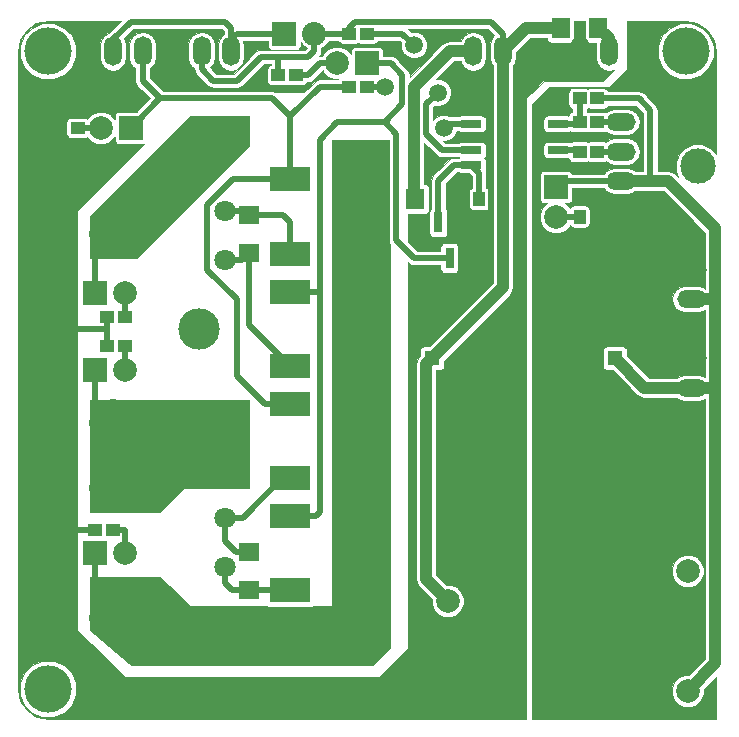
<source format=gbr>
G04 #@! TF.FileFunction,Copper,L2,Bot,Signal*
%FSLAX46Y46*%
G04 Gerber Fmt 4.6, Leading zero omitted, Abs format (unit mm)*
G04 Created by KiCad (PCBNEW 4.0.6) date 05/06/17 12:48:59*
%MOMM*%
%LPD*%
G01*
G04 APERTURE LIST*
%ADD10C,0.100000*%
%ADD11C,3.500000*%
%ADD12C,1.800000*%
%ADD13R,2.000000X2.000000*%
%ADD14C,2.000000*%
%ADD15C,4.064000*%
%ADD16R,2.032000X2.032000*%
%ADD17O,2.032000X2.032000*%
%ADD18R,1.300000X1.300000*%
%ADD19C,1.300000*%
%ADD20R,0.800100X1.800860*%
%ADD21R,1.700000X0.650000*%
%ADD22R,1.800000X1.600000*%
%ADD23R,1.150000X1.000000*%
%ADD24R,1.000000X1.150000*%
%ADD25R,1.600000X1.800000*%
%ADD26O,1.500000X2.500000*%
%ADD27R,3.500000X2.000000*%
%ADD28O,2.500000X1.500000*%
%ADD29C,3.000000*%
%ADD30C,4.000000*%
%ADD31C,1.500000*%
%ADD32C,1.000000*%
%ADD33C,0.500000*%
%ADD34C,0.026000*%
G04 APERTURE END LIST*
D10*
D11*
X18000000Y-36500000D03*
D12*
X18000000Y-46700000D03*
X18000000Y-42500000D03*
D11*
X15800000Y-52500000D03*
X30100000Y-38800000D03*
X30100000Y-49800000D03*
X18000000Y-10500000D03*
D12*
X18000000Y-20700000D03*
X18000000Y-16500000D03*
D11*
X15800000Y-26500000D03*
X30100000Y-12800000D03*
X30100000Y-23800000D03*
D13*
X46000000Y-14500000D03*
D14*
X46000000Y-17040000D03*
D13*
X7000000Y-23500000D03*
D14*
X9540000Y-23500000D03*
D13*
X7000000Y-45500000D03*
D14*
X9540000Y-45500000D03*
D13*
X7000000Y-30000000D03*
D14*
X9540000Y-30000000D03*
D15*
X8500000Y-18500000D03*
X3500000Y-34500000D03*
D16*
X23000000Y-1500000D03*
D17*
X25540000Y-1500000D03*
D15*
X8500000Y-34500000D03*
X3500000Y-18500000D03*
X8500000Y-51000000D03*
X3500000Y-51000000D03*
D18*
X35500000Y-29000000D03*
D19*
X40500000Y-29000000D03*
D15*
X8500000Y-40000000D03*
X3500000Y-40000000D03*
X3500000Y-26000000D03*
D20*
X36050000Y-17498860D03*
X37950000Y-17498860D03*
X37000000Y-20501140D03*
D21*
X46150000Y-11365000D03*
X46150000Y-12635000D03*
X38850000Y-12635000D03*
X38850000Y-11365000D03*
X38850000Y-9135000D03*
X38850000Y-7865000D03*
X46150000Y-7865000D03*
X46150000Y-9135000D03*
D22*
X20000000Y-20100000D03*
X20000000Y-16900000D03*
D14*
X36840000Y-49540000D03*
X36840000Y-44460000D03*
X36840000Y-36840000D03*
X57160000Y-36840000D03*
X57160000Y-47000000D03*
X57160000Y-57160000D03*
D13*
X10000000Y-9500000D03*
D14*
X7460000Y-9500000D03*
D23*
X5500000Y-9500000D03*
X4000000Y-9500000D03*
D24*
X48000000Y-17000000D03*
X48000000Y-15500000D03*
X39500000Y-15500000D03*
X39500000Y-17000000D03*
D23*
X48000000Y-7000000D03*
X49500000Y-7000000D03*
X49500000Y-9000000D03*
X48000000Y-9000000D03*
X9500000Y-25500000D03*
X8000000Y-25500000D03*
X8500000Y-43500000D03*
X7000000Y-43500000D03*
X9500000Y-28000000D03*
X8000000Y-28000000D03*
X49500000Y-11500000D03*
X48000000Y-11500000D03*
D25*
X46400000Y-1000000D03*
X49600000Y-1000000D03*
X34100000Y-15500000D03*
X30900000Y-15500000D03*
D26*
X18500000Y-3000000D03*
X16000000Y-3000000D03*
X11000000Y-3000000D03*
X8500000Y-3000000D03*
X50500000Y-3000000D03*
X48000000Y-3000000D03*
X41500000Y-3000000D03*
X39000000Y-3000000D03*
D27*
X23500000Y-23350000D03*
X23500000Y-29650000D03*
X23500000Y-13850000D03*
X23500000Y-20150000D03*
X23500000Y-42350000D03*
X23500000Y-48650000D03*
X23500000Y-32850000D03*
X23500000Y-39150000D03*
D22*
X20000000Y-48600000D03*
X20000000Y-45400000D03*
D23*
X28500000Y-6000000D03*
X30000000Y-6000000D03*
X30000000Y-1500000D03*
X28500000Y-1500000D03*
D28*
X57500000Y-31500000D03*
X57500000Y-29000000D03*
X57500000Y-24000000D03*
X57500000Y-21500000D03*
X51500000Y-16500000D03*
X51500000Y-14000000D03*
X51500000Y-11500000D03*
X51500000Y-9000000D03*
D29*
X58000000Y-12750000D03*
D18*
X51000000Y-29000000D03*
D19*
X46000000Y-29000000D03*
D13*
X30000000Y-4000000D03*
D14*
X27460000Y-4000000D03*
D23*
X24000000Y-5000000D03*
X22500000Y-5000000D03*
D30*
X57000000Y-3000000D03*
X3000000Y-3000000D03*
X3000000Y-57000000D03*
D31*
X36500000Y-9500000D03*
X31500000Y-6000000D03*
X34000000Y-2500000D03*
X36000000Y-6500000D03*
D32*
X48000000Y-3000000D02*
X46500000Y-3000000D01*
X43000000Y-26500000D02*
X40500000Y-29000000D01*
X43000000Y-6500000D02*
X43000000Y-26500000D01*
X46500000Y-3000000D02*
X43000000Y-6500000D01*
D33*
X39500000Y-17000000D02*
X40000000Y-17000000D01*
X40000000Y-17000000D02*
X40500000Y-16500000D01*
X39865000Y-7865000D02*
X38850000Y-7865000D01*
X40500000Y-8500000D02*
X39865000Y-7865000D01*
X40500000Y-16500000D02*
X40500000Y-8500000D01*
D32*
X36840000Y-44460000D02*
X39500000Y-47120000D01*
X36000000Y-56500000D02*
X34000000Y-56500000D01*
X36000000Y-56500000D02*
X39500000Y-53000000D01*
X39500000Y-47120000D02*
X39500000Y-53000000D01*
X36840000Y-36840000D02*
X36840000Y-44460000D01*
X40500000Y-29000000D02*
X36840000Y-32660000D01*
X36840000Y-32660000D02*
X36840000Y-36840000D01*
D33*
X37950000Y-17498860D02*
X37950000Y-23550000D01*
X37950000Y-23550000D02*
X34000000Y-27500000D01*
X34000000Y-27500000D02*
X34000000Y-56500000D01*
X34000000Y-56500000D02*
X34000000Y-56000000D01*
X34000000Y-56000000D02*
X34000000Y-56500000D01*
X37950000Y-17498860D02*
X38448860Y-17000000D01*
X38448860Y-17000000D02*
X39500000Y-17000000D01*
D32*
X33500000Y-56500000D02*
X34000000Y-56500000D01*
X9000000Y-56500000D02*
X33500000Y-56500000D01*
X9000000Y-56500000D02*
X3500000Y-51000000D01*
D33*
X3500000Y-26000000D02*
X3500000Y-18500000D01*
X3500000Y-34500000D02*
X3500000Y-26000000D01*
X3500000Y-40000000D02*
X3500000Y-34500000D01*
X7000000Y-43500000D02*
X3500000Y-43500000D01*
X3500000Y-40000000D02*
X3500000Y-43500000D01*
X3500000Y-43500000D02*
X3500000Y-51000000D01*
X8000000Y-26500000D02*
X4000000Y-26500000D01*
X4000000Y-26500000D02*
X3500000Y-26000000D01*
X8000000Y-28000000D02*
X8000000Y-26500000D01*
X8000000Y-26500000D02*
X8000000Y-25500000D01*
X30100000Y-12800000D02*
X30100000Y-14700000D01*
X30100000Y-14700000D02*
X30900000Y-15500000D01*
X7000000Y-45500000D02*
X7000000Y-49500000D01*
X7000000Y-49500000D02*
X8500000Y-51000000D01*
X15800000Y-25500000D02*
X15800000Y-26300000D01*
D32*
X49600000Y-1000000D02*
X50500000Y-1900000D01*
X50500000Y-1900000D02*
X50500000Y-3000000D01*
D33*
X46000000Y-17040000D02*
X47960000Y-17040000D01*
X47960000Y-17040000D02*
X48000000Y-17000000D01*
D32*
X39000000Y-3000000D02*
X37000000Y-3000000D01*
X37000000Y-3000000D02*
X34000000Y-6000000D01*
X34000000Y-6000000D02*
X34000000Y-15400000D01*
X34000000Y-15400000D02*
X34100000Y-15500000D01*
D33*
X7000000Y-23500000D02*
X7000000Y-20000000D01*
X7000000Y-20000000D02*
X8500000Y-18500000D01*
X9500000Y-25500000D02*
X9500000Y-23540000D01*
X9500000Y-23540000D02*
X9540000Y-23500000D01*
X8500000Y-43500000D02*
X9500000Y-43500000D01*
X9540000Y-43540000D02*
X9540000Y-45500000D01*
X9500000Y-43500000D02*
X9540000Y-43540000D01*
X16000000Y-3000000D02*
X16000000Y-4500000D01*
X17000000Y-5500000D02*
X19000000Y-5500000D01*
X16000000Y-4500000D02*
X17000000Y-5500000D01*
X41500000Y-3000000D02*
X41500000Y-1500000D01*
X29000000Y-500000D02*
X38500000Y-500000D01*
X29000000Y-500000D02*
X28500000Y-1000000D01*
X40500000Y-500000D02*
X38500000Y-500000D01*
X41500000Y-1500000D02*
X40500000Y-500000D01*
D32*
X46400000Y-1000000D02*
X43500000Y-1000000D01*
X43500000Y-1000000D02*
X41500000Y-3000000D01*
X41500000Y-3000000D02*
X41500000Y-23000000D01*
X41500000Y-23000000D02*
X35500000Y-29000000D01*
X36840000Y-49540000D02*
X35000000Y-47700000D01*
X35000000Y-47700000D02*
X35000000Y-29500000D01*
X35000000Y-29500000D02*
X35500000Y-29000000D01*
D33*
X28500000Y-1500000D02*
X28500000Y-1000000D01*
X28500000Y-1500000D02*
X25540000Y-1500000D01*
X22500000Y-5000000D02*
X22500000Y-3500000D01*
X25000000Y-3500000D02*
X25540000Y-2960000D01*
X25540000Y-2960000D02*
X25540000Y-1500000D01*
X25000000Y-3500000D02*
X22500000Y-3500000D01*
X22500000Y-3500000D02*
X21000000Y-3500000D01*
X19000000Y-5500000D02*
X21000000Y-3500000D01*
X7000000Y-30000000D02*
X7000000Y-33000000D01*
X7000000Y-33000000D02*
X8500000Y-34500000D01*
X9540000Y-30000000D02*
X9540000Y-28040000D01*
X9540000Y-28040000D02*
X9500000Y-28000000D01*
X46150000Y-11365000D02*
X47865000Y-11365000D01*
X47865000Y-11365000D02*
X48000000Y-11500000D01*
X23500000Y-8500000D02*
X22000000Y-7000000D01*
X23500000Y-8500000D02*
X26000000Y-6000000D01*
X26000000Y-6000000D02*
X28500000Y-6000000D01*
X11000000Y-3000000D02*
X11000000Y-5500000D01*
X11000000Y-5500000D02*
X12500000Y-7000000D01*
X10000000Y-9500000D02*
X12500000Y-7000000D01*
X12500000Y-7000000D02*
X22000000Y-7000000D01*
X10000000Y-9500000D02*
X11000000Y-8500000D01*
X23500000Y-13850000D02*
X18650000Y-13850000D01*
X21350000Y-32850000D02*
X23500000Y-32850000D01*
X19000000Y-30500000D02*
X21350000Y-32850000D01*
X19000000Y-24000000D02*
X19000000Y-30500000D01*
X16500000Y-21500000D02*
X19000000Y-24000000D01*
X16500000Y-16000000D02*
X16500000Y-21500000D01*
X18650000Y-13850000D02*
X16500000Y-16000000D01*
X23500000Y-13850000D02*
X23500000Y-8500000D01*
X30000000Y-4000000D02*
X32000000Y-4000000D01*
X32000000Y-4000000D02*
X33000000Y-5000000D01*
X31500000Y-9000000D02*
X33000000Y-7500000D01*
X33000000Y-7500000D02*
X33000000Y-5000000D01*
X37000000Y-20501140D02*
X34001140Y-20501140D01*
X26000000Y-10500000D02*
X26000000Y-23500000D01*
X26000000Y-10500000D02*
X27500000Y-9000000D01*
X27500000Y-9000000D02*
X31500000Y-9000000D01*
X31500000Y-9000000D02*
X32500000Y-10000000D01*
X32500000Y-19000000D02*
X32500000Y-10000000D01*
X34001140Y-20501140D02*
X32500000Y-19000000D01*
X23500000Y-23350000D02*
X26000000Y-23350000D01*
X26000000Y-23350000D02*
X26000000Y-23500000D01*
X23500000Y-42350000D02*
X25650000Y-42350000D01*
X26000000Y-42000000D02*
X26000000Y-23500000D01*
X25650000Y-42350000D02*
X26000000Y-42000000D01*
X48000000Y-7000000D02*
X48000000Y-9000000D01*
X46150000Y-9135000D02*
X47865000Y-9135000D01*
X47865000Y-9135000D02*
X48000000Y-9000000D01*
X49500000Y-11500000D02*
X51500000Y-11500000D01*
X30000000Y-6000000D02*
X31500000Y-6000000D01*
X36865000Y-9135000D02*
X36500000Y-9500000D01*
X36865000Y-9135000D02*
X38850000Y-9135000D01*
X19000000Y-1500000D02*
X18500000Y-2000000D01*
X18500000Y-2000000D02*
X18500000Y-3000000D01*
X19000000Y-1500000D02*
X23000000Y-1500000D01*
X18500000Y-3000000D02*
X18500000Y-1000000D01*
X18000000Y-500000D02*
X16000000Y-500000D01*
X18500000Y-1000000D02*
X18000000Y-500000D01*
X8500000Y-3000000D02*
X8500000Y-2000000D01*
X8500000Y-2000000D02*
X10000000Y-500000D01*
X10000000Y-500000D02*
X16000000Y-500000D01*
D32*
X57500000Y-29000000D02*
X54000000Y-29000000D01*
X54000000Y-29000000D02*
X49000000Y-24000000D01*
X51500000Y-21500000D02*
X49000000Y-24000000D01*
X49000000Y-24000000D02*
X46000000Y-27000000D01*
X46000000Y-27000000D02*
X46000000Y-29000000D01*
X51500000Y-16500000D02*
X51500000Y-21500000D01*
X51500000Y-21500000D02*
X51500000Y-21000000D01*
X51500000Y-21000000D02*
X51500000Y-21500000D01*
X51500000Y-21500000D02*
X57500000Y-21500000D01*
X57160000Y-36840000D02*
X49340000Y-36840000D01*
X46000000Y-33500000D02*
X46000000Y-29000000D01*
X49340000Y-36840000D02*
X46000000Y-33500000D01*
D33*
X46150000Y-12635000D02*
X44500000Y-12635000D01*
X44500000Y-12635000D02*
X44500000Y-12500000D01*
X46150000Y-7865000D02*
X45135000Y-7865000D01*
X49000000Y-19000000D02*
X51500000Y-16500000D01*
X45500000Y-19000000D02*
X49000000Y-19000000D01*
X44500000Y-18000000D02*
X45500000Y-19000000D01*
X44500000Y-8500000D02*
X44500000Y-12500000D01*
X44500000Y-12500000D02*
X44500000Y-18000000D01*
X45135000Y-7865000D02*
X44500000Y-8500000D01*
X48000000Y-15500000D02*
X50500000Y-15500000D01*
X50500000Y-15500000D02*
X51500000Y-16500000D01*
X49500000Y-7000000D02*
X53000000Y-7000000D01*
X54000000Y-8000000D02*
X54000000Y-14000000D01*
X53000000Y-7000000D02*
X54000000Y-8000000D01*
D32*
X57500000Y-31500000D02*
X53500000Y-31500000D01*
X53500000Y-31500000D02*
X51000000Y-29000000D01*
X57500000Y-31500000D02*
X59500000Y-31500000D01*
X57500000Y-24000000D02*
X59500000Y-24000000D01*
X51500000Y-14000000D02*
X54000000Y-14000000D01*
X54000000Y-14000000D02*
X55500000Y-14000000D01*
X59500000Y-54820000D02*
X57160000Y-57160000D01*
X59500000Y-18000000D02*
X59500000Y-24000000D01*
X59500000Y-24000000D02*
X59500000Y-31500000D01*
X59500000Y-31500000D02*
X59500000Y-54820000D01*
X55500000Y-14000000D02*
X59500000Y-18000000D01*
D33*
X46000000Y-14500000D02*
X46500000Y-14000000D01*
X46500000Y-14000000D02*
X51500000Y-14000000D01*
X7460000Y-9500000D02*
X5500000Y-9500000D01*
X49500000Y-9000000D02*
X51500000Y-9000000D01*
X33000000Y-1500000D02*
X30000000Y-1500000D01*
X34000000Y-2500000D02*
X33000000Y-1500000D01*
X38850000Y-11365000D02*
X36365000Y-11365000D01*
X36365000Y-11365000D02*
X35000000Y-10000000D01*
X35000000Y-7500000D02*
X36000000Y-6500000D01*
X35000000Y-10000000D02*
X35000000Y-7500000D01*
X36050000Y-17498860D02*
X36050000Y-13950000D01*
X37365000Y-12635000D02*
X38850000Y-12635000D01*
X36050000Y-13950000D02*
X37365000Y-12635000D01*
X39500000Y-15500000D02*
X39500000Y-13285000D01*
X39500000Y-13285000D02*
X38850000Y-12635000D01*
X20000000Y-48600000D02*
X18600000Y-48600000D01*
X18000000Y-48000000D02*
X18000000Y-46700000D01*
X18600000Y-48600000D02*
X18000000Y-48000000D01*
X23500000Y-48650000D02*
X20050000Y-48650000D01*
X20050000Y-48650000D02*
X20000000Y-48600000D01*
X23500000Y-39150000D02*
X22850000Y-39150000D01*
X22850000Y-39150000D02*
X19500000Y-42500000D01*
X19500000Y-42500000D02*
X18000000Y-42500000D01*
X20000000Y-45400000D02*
X18900000Y-45400000D01*
X18000000Y-44500000D02*
X18000000Y-42500000D01*
X18900000Y-45400000D02*
X18000000Y-44500000D01*
X20000000Y-20100000D02*
X20000000Y-26150000D01*
X20000000Y-26150000D02*
X23500000Y-29650000D01*
X18000000Y-20700000D02*
X19400000Y-20700000D01*
X19400000Y-20700000D02*
X20000000Y-20100000D01*
X23500000Y-20150000D02*
X23500000Y-17500000D01*
X22900000Y-16900000D02*
X20000000Y-16900000D01*
X23500000Y-17500000D02*
X22900000Y-16900000D01*
X18000000Y-16500000D02*
X19600000Y-16500000D01*
X19600000Y-16500000D02*
X20000000Y-16900000D01*
X24000000Y-5000000D02*
X25000000Y-5000000D01*
X26000000Y-4000000D02*
X27460000Y-4000000D01*
X25000000Y-5000000D02*
X26000000Y-4000000D01*
D34*
G36*
X19987000Y-39987000D02*
X14500000Y-39987000D01*
X14494942Y-39988024D01*
X14490808Y-39990808D01*
X12494616Y-41987000D01*
X6513000Y-41987000D01*
X6513000Y-32513000D01*
X19987000Y-32513000D01*
X19987000Y-39987000D01*
X19987000Y-39987000D01*
G37*
X19987000Y-39987000D02*
X14500000Y-39987000D01*
X14494942Y-39988024D01*
X14490808Y-39990808D01*
X12494616Y-41987000D01*
X6513000Y-41987000D01*
X6513000Y-32513000D01*
X19987000Y-32513000D01*
X19987000Y-39987000D01*
G36*
X19987000Y-10994616D02*
X10494616Y-20487000D01*
X6513000Y-20487000D01*
X6513000Y-17005384D01*
X15005384Y-8513000D01*
X19987000Y-8513000D01*
X19987000Y-10994616D01*
X19987000Y-10994616D01*
G37*
X19987000Y-10994616D02*
X10494616Y-20487000D01*
X6513000Y-20487000D01*
X6513000Y-17005384D01*
X15005384Y-8513000D01*
X19987000Y-8513000D01*
X19987000Y-10994616D01*
G36*
X31837000Y-19000000D02*
X31887468Y-19253719D01*
X31987000Y-19402680D01*
X31987000Y-53494616D01*
X30494616Y-54987000D01*
X10004808Y-54987000D01*
X6513000Y-51994021D01*
X6513000Y-47513000D01*
X12494616Y-47513000D01*
X14990808Y-50009192D01*
X14995108Y-50012045D01*
X15000000Y-50013000D01*
X21549708Y-50013000D01*
X21586172Y-50037915D01*
X21750000Y-50071091D01*
X25250000Y-50071091D01*
X25403049Y-50042293D01*
X25448571Y-50013000D01*
X27000000Y-50013000D01*
X27005058Y-50011976D01*
X27009319Y-50009065D01*
X27012111Y-50004725D01*
X27013000Y-50000000D01*
X27013000Y-10513000D01*
X31837000Y-10513000D01*
X31837000Y-19000000D01*
X31837000Y-19000000D01*
G37*
X31837000Y-19000000D02*
X31887468Y-19253719D01*
X31987000Y-19402680D01*
X31987000Y-53494616D01*
X30494616Y-54987000D01*
X10004808Y-54987000D01*
X6513000Y-51994021D01*
X6513000Y-47513000D01*
X12494616Y-47513000D01*
X14990808Y-50009192D01*
X14995108Y-50012045D01*
X15000000Y-50013000D01*
X21549708Y-50013000D01*
X21586172Y-50037915D01*
X21750000Y-50071091D01*
X25250000Y-50071091D01*
X25403049Y-50042293D01*
X25448571Y-50013000D01*
X27000000Y-50013000D01*
X27005058Y-50011976D01*
X27009319Y-50009065D01*
X27012111Y-50004725D01*
X27013000Y-50000000D01*
X27013000Y-10513000D01*
X31837000Y-10513000D01*
X31837000Y-19000000D01*
G36*
X8222489Y-1410599D02*
X8074073Y-1440121D01*
X7712990Y-1681389D01*
X7471722Y-2042472D01*
X7387000Y-2468399D01*
X7387000Y-3531601D01*
X7471722Y-3957528D01*
X7712990Y-4318611D01*
X8074073Y-4559879D01*
X8500000Y-4644601D01*
X8925927Y-4559879D01*
X9287010Y-4318611D01*
X9528278Y-3957528D01*
X9613000Y-3531601D01*
X9613000Y-2468399D01*
X9528278Y-2042472D01*
X9446632Y-1920280D01*
X10253913Y-1113000D01*
X17746088Y-1113000D01*
X17887000Y-1253913D01*
X17887000Y-1565119D01*
X17712990Y-1681389D01*
X17471722Y-2042472D01*
X17387000Y-2468399D01*
X17387000Y-3531601D01*
X17471722Y-3957528D01*
X17712990Y-4318611D01*
X18074073Y-4559879D01*
X18500000Y-4644601D01*
X18925927Y-4559879D01*
X19287010Y-4318611D01*
X19528278Y-3957528D01*
X19613000Y-3531601D01*
X19613000Y-2468399D01*
X19542307Y-2113000D01*
X21613889Y-2113000D01*
X21613889Y-2516000D01*
X21639201Y-2650520D01*
X21718702Y-2774068D01*
X21840006Y-2856951D01*
X21984000Y-2886111D01*
X24016000Y-2886111D01*
X24150520Y-2860799D01*
X24274068Y-2781298D01*
X24356951Y-2659994D01*
X24386111Y-2516000D01*
X24386111Y-2234540D01*
X24564900Y-2502116D01*
X24904235Y-2728852D01*
X24746088Y-2887000D01*
X21000000Y-2887000D01*
X20766446Y-2933457D01*
X20765415Y-2933662D01*
X20566543Y-3066544D01*
X18746088Y-4887000D01*
X17253913Y-4887000D01*
X16726173Y-4359261D01*
X16787010Y-4318611D01*
X17028278Y-3957528D01*
X17113000Y-3531601D01*
X17113000Y-2468399D01*
X17028278Y-2042472D01*
X16787010Y-1681389D01*
X16425927Y-1440121D01*
X16000000Y-1355399D01*
X15574073Y-1440121D01*
X15212990Y-1681389D01*
X14971722Y-2042472D01*
X14887000Y-2468399D01*
X14887000Y-3531601D01*
X14971722Y-3957528D01*
X15212990Y-4318611D01*
X15387000Y-4434881D01*
X15387000Y-4500000D01*
X15415763Y-4644601D01*
X15433662Y-4734585D01*
X15566544Y-4933456D01*
X16566544Y-5933457D01*
X16685759Y-6013113D01*
X16765415Y-6066338D01*
X17000000Y-6113000D01*
X19000000Y-6113000D01*
X19234585Y-6066338D01*
X19433456Y-5933456D01*
X21253913Y-4113000D01*
X21887000Y-4113000D01*
X21887000Y-4137039D01*
X21790480Y-4155201D01*
X21666932Y-4234702D01*
X21584049Y-4356006D01*
X21554889Y-4500000D01*
X21554889Y-5500000D01*
X21580201Y-5634520D01*
X21659702Y-5758068D01*
X21781006Y-5840951D01*
X21925000Y-5870111D01*
X23075000Y-5870111D01*
X23209520Y-5844799D01*
X23249235Y-5819243D01*
X23281006Y-5840951D01*
X23425000Y-5870111D01*
X24575000Y-5870111D01*
X24709520Y-5844799D01*
X24833068Y-5765298D01*
X24915951Y-5643994D01*
X24922228Y-5613000D01*
X25000000Y-5613000D01*
X25234585Y-5566338D01*
X25433456Y-5433456D01*
X26243019Y-4623893D01*
X26303831Y-4771069D01*
X26686914Y-5154822D01*
X27187693Y-5362763D01*
X27582611Y-5363107D01*
X27577772Y-5387000D01*
X26000000Y-5387000D01*
X25766451Y-5433456D01*
X25765415Y-5433662D01*
X25566544Y-5566543D01*
X24646087Y-6487000D01*
X22314411Y-6487000D01*
X22234585Y-6433662D01*
X22233549Y-6433456D01*
X22000000Y-6387000D01*
X12753913Y-6387000D01*
X11613000Y-5246088D01*
X11613000Y-4434881D01*
X11787010Y-4318611D01*
X12028278Y-3957528D01*
X12113000Y-3531601D01*
X12113000Y-2468399D01*
X12028278Y-2042472D01*
X11787010Y-1681389D01*
X11425927Y-1440121D01*
X11000000Y-1355399D01*
X10574073Y-1440121D01*
X10212990Y-1681389D01*
X9971722Y-2042472D01*
X9887000Y-2468399D01*
X9887000Y-3531601D01*
X9971722Y-3957528D01*
X10212990Y-4318611D01*
X10387000Y-4434881D01*
X10387000Y-5500000D01*
X10433662Y-5734585D01*
X10566544Y-5933456D01*
X11633087Y-7000000D01*
X10566546Y-8066542D01*
X10566544Y-8066543D01*
X10503198Y-8129889D01*
X9000000Y-8129889D01*
X8865480Y-8155201D01*
X8741932Y-8234702D01*
X8659049Y-8356006D01*
X8629889Y-8500000D01*
X8629889Y-8762136D01*
X8616169Y-8728931D01*
X8233086Y-8345178D01*
X7732307Y-8137237D01*
X7190072Y-8136764D01*
X6688931Y-8343831D01*
X6310517Y-8721584D01*
X6218994Y-8659049D01*
X6075000Y-8629889D01*
X4925000Y-8629889D01*
X4790480Y-8655201D01*
X4666932Y-8734702D01*
X4584049Y-8856006D01*
X4554889Y-9000000D01*
X4554889Y-10000000D01*
X4580201Y-10134520D01*
X4659702Y-10258068D01*
X4781006Y-10340951D01*
X4925000Y-10370111D01*
X6075000Y-10370111D01*
X6209520Y-10344799D01*
X6311758Y-10279010D01*
X6686914Y-10654822D01*
X7187693Y-10862763D01*
X7729928Y-10863236D01*
X8231069Y-10656169D01*
X8614822Y-10273086D01*
X8629889Y-10236801D01*
X8629889Y-10500000D01*
X8655201Y-10634520D01*
X8734702Y-10758068D01*
X8856006Y-10840951D01*
X9000000Y-10870111D01*
X11000000Y-10870111D01*
X11134520Y-10844799D01*
X11140963Y-10840653D01*
X5490808Y-16490808D01*
X5487955Y-16495108D01*
X5487000Y-16500000D01*
X5487000Y-52000000D01*
X5488024Y-52005058D01*
X5490808Y-52009192D01*
X9490808Y-56009192D01*
X9495108Y-56012045D01*
X9500000Y-56013000D01*
X31000000Y-56013000D01*
X31005058Y-56011976D01*
X31009192Y-56009192D01*
X33509192Y-53509192D01*
X33512045Y-53504892D01*
X33513000Y-53500000D01*
X33513000Y-20879913D01*
X33567684Y-20934597D01*
X33686899Y-21014253D01*
X33766555Y-21067478D01*
X34001140Y-21114140D01*
X36229839Y-21114140D01*
X36229839Y-21401570D01*
X36255151Y-21536090D01*
X36334652Y-21659638D01*
X36455956Y-21742521D01*
X36599950Y-21771681D01*
X37400050Y-21771681D01*
X37534570Y-21746369D01*
X37658118Y-21666868D01*
X37741001Y-21545564D01*
X37770161Y-21401570D01*
X37770161Y-19600710D01*
X37744849Y-19466190D01*
X37665348Y-19342642D01*
X37544044Y-19259759D01*
X37400050Y-19230599D01*
X36599950Y-19230599D01*
X36465430Y-19255911D01*
X36341882Y-19335412D01*
X36258999Y-19456716D01*
X36229839Y-19600710D01*
X36229839Y-19888140D01*
X34255053Y-19888140D01*
X33513000Y-19146088D01*
X33513000Y-16770111D01*
X34900000Y-16770111D01*
X35034520Y-16744799D01*
X35158068Y-16665298D01*
X35240951Y-16543994D01*
X35270111Y-16400000D01*
X35270111Y-14600000D01*
X35244799Y-14465480D01*
X35165298Y-14341932D01*
X35043994Y-14259049D01*
X34900000Y-14229889D01*
X34863000Y-14229889D01*
X34863000Y-10729912D01*
X35931544Y-11798457D01*
X36050759Y-11878113D01*
X36130415Y-11931338D01*
X36365000Y-11978000D01*
X37778509Y-11978000D01*
X37811044Y-12000230D01*
X37777212Y-12022000D01*
X37365000Y-12022000D01*
X37142099Y-12066338D01*
X37130415Y-12068662D01*
X36931544Y-12201543D01*
X35616544Y-13516544D01*
X35483662Y-13715415D01*
X35437000Y-13950000D01*
X35437000Y-16304099D01*
X35391882Y-16333132D01*
X35308999Y-16454436D01*
X35279839Y-16598430D01*
X35279839Y-18399290D01*
X35305151Y-18533810D01*
X35384652Y-18657358D01*
X35505956Y-18740241D01*
X35649950Y-18769401D01*
X36450050Y-18769401D01*
X36584570Y-18744089D01*
X36708118Y-18664588D01*
X36791001Y-18543284D01*
X36820161Y-18399290D01*
X36820161Y-16598430D01*
X36794849Y-16463910D01*
X36715348Y-16340362D01*
X36663000Y-16304594D01*
X36663000Y-14203912D01*
X37618913Y-13248000D01*
X37778509Y-13248000D01*
X37856006Y-13300951D01*
X38000000Y-13330111D01*
X38678199Y-13330111D01*
X38887000Y-13538913D01*
X38887000Y-14576152D01*
X38865480Y-14580201D01*
X38741932Y-14659702D01*
X38659049Y-14781006D01*
X38629889Y-14925000D01*
X38629889Y-16075000D01*
X38655201Y-16209520D01*
X38734702Y-16333068D01*
X38856006Y-16415951D01*
X39000000Y-16445111D01*
X40000000Y-16445111D01*
X40134520Y-16419799D01*
X40258068Y-16340298D01*
X40340951Y-16218994D01*
X40370111Y-16075000D01*
X40370111Y-14925000D01*
X40344799Y-14790480D01*
X40265298Y-14666932D01*
X40143994Y-14584049D01*
X40113000Y-14577772D01*
X40113000Y-13285000D01*
X40066338Y-13050415D01*
X40055182Y-13033719D01*
X40070111Y-12960000D01*
X40070111Y-12310000D01*
X40044799Y-12175480D01*
X39965298Y-12051932D01*
X39888956Y-11999770D01*
X39958068Y-11955298D01*
X40040951Y-11833994D01*
X40070111Y-11690000D01*
X40070111Y-11040000D01*
X40044799Y-10905480D01*
X39965298Y-10781932D01*
X39843994Y-10699049D01*
X39700000Y-10669889D01*
X38000000Y-10669889D01*
X37865480Y-10695201D01*
X37777212Y-10752000D01*
X36618913Y-10752000D01*
X36479896Y-10612983D01*
X36720418Y-10613193D01*
X37129640Y-10444106D01*
X37443005Y-10131287D01*
X37602160Y-9748000D01*
X37778509Y-9748000D01*
X37856006Y-9800951D01*
X38000000Y-9830111D01*
X39700000Y-9830111D01*
X39834520Y-9804799D01*
X39958068Y-9725298D01*
X40040951Y-9603994D01*
X40070111Y-9460000D01*
X40070111Y-8810000D01*
X40044799Y-8675480D01*
X39965298Y-8551932D01*
X39843994Y-8469049D01*
X39700000Y-8439889D01*
X38000000Y-8439889D01*
X37865480Y-8465201D01*
X37777212Y-8522000D01*
X37047010Y-8522000D01*
X36722361Y-8387194D01*
X36279582Y-8386807D01*
X35870360Y-8555894D01*
X35613000Y-8812806D01*
X35613000Y-7753912D01*
X35761011Y-7605901D01*
X35777639Y-7612806D01*
X36220418Y-7613193D01*
X36629640Y-7444106D01*
X36943005Y-7131287D01*
X37112806Y-6722361D01*
X37113193Y-6279582D01*
X36944106Y-5870360D01*
X36631287Y-5556995D01*
X36222361Y-5387194D01*
X35833612Y-5386854D01*
X37357466Y-3863000D01*
X37952919Y-3863000D01*
X37971722Y-3957528D01*
X38212990Y-4318611D01*
X38574073Y-4559879D01*
X39000000Y-4644601D01*
X39425927Y-4559879D01*
X39787010Y-4318611D01*
X40028278Y-3957528D01*
X40113000Y-3531601D01*
X40113000Y-2468399D01*
X40028278Y-2042472D01*
X39787010Y-1681389D01*
X39425927Y-1440121D01*
X39000000Y-1355399D01*
X38574073Y-1440121D01*
X38212990Y-1681389D01*
X37971722Y-2042472D01*
X37952919Y-2137000D01*
X37000000Y-2137000D01*
X36669744Y-2202692D01*
X36551749Y-2281534D01*
X36389767Y-2389767D01*
X33613000Y-5166534D01*
X33613000Y-5000000D01*
X33566338Y-4765415D01*
X33513113Y-4685759D01*
X33433457Y-4566544D01*
X32433456Y-3566544D01*
X32234585Y-3433662D01*
X32233549Y-3433456D01*
X32000000Y-3387000D01*
X31370111Y-3387000D01*
X31370111Y-3000000D01*
X31344799Y-2865480D01*
X31265298Y-2741932D01*
X31143994Y-2659049D01*
X31000000Y-2629889D01*
X29000000Y-2629889D01*
X28865480Y-2655201D01*
X28741932Y-2734702D01*
X28659049Y-2856006D01*
X28629889Y-3000000D01*
X28629889Y-3262136D01*
X28616169Y-3228931D01*
X28233086Y-2845178D01*
X27732307Y-2637237D01*
X27190072Y-2636764D01*
X26688931Y-2843831D01*
X26305178Y-3226914D01*
X26238705Y-3387000D01*
X26000000Y-3387000D01*
X25974363Y-3392100D01*
X26106338Y-3194585D01*
X26128046Y-3085450D01*
X26153000Y-2960000D01*
X26153000Y-2744064D01*
X26515100Y-2502116D01*
X26775099Y-2113000D01*
X27576152Y-2113000D01*
X27580201Y-2134520D01*
X27659702Y-2258068D01*
X27781006Y-2340951D01*
X27925000Y-2370111D01*
X29075000Y-2370111D01*
X29209520Y-2344799D01*
X29249235Y-2319243D01*
X29281006Y-2340951D01*
X29425000Y-2370111D01*
X30575000Y-2370111D01*
X30709520Y-2344799D01*
X30833068Y-2265298D01*
X30915951Y-2143994D01*
X30922228Y-2113000D01*
X32746088Y-2113000D01*
X32894099Y-2261011D01*
X32887194Y-2277639D01*
X32886807Y-2720418D01*
X33055894Y-3129640D01*
X33368713Y-3443005D01*
X33777639Y-3612806D01*
X34220418Y-3613193D01*
X34629640Y-3444106D01*
X34943005Y-3131287D01*
X35112806Y-2722361D01*
X35113193Y-2279582D01*
X34944106Y-1870360D01*
X34631287Y-1556995D01*
X34222361Y-1387194D01*
X33779582Y-1386807D01*
X33761281Y-1394369D01*
X33479912Y-1113000D01*
X40246088Y-1113000D01*
X40773827Y-1640739D01*
X40712990Y-1681389D01*
X40471722Y-2042472D01*
X40387000Y-2468399D01*
X40387000Y-3531601D01*
X40471722Y-3957528D01*
X40637000Y-4204884D01*
X40637000Y-22642534D01*
X35299645Y-27979889D01*
X34850000Y-27979889D01*
X34715480Y-28005201D01*
X34591932Y-28084702D01*
X34509049Y-28206006D01*
X34479889Y-28350000D01*
X34479889Y-28799645D01*
X34389767Y-28889767D01*
X34202692Y-29169744D01*
X34137000Y-29500000D01*
X34137000Y-47700000D01*
X34202692Y-48030256D01*
X34389767Y-48310233D01*
X35477124Y-49397590D01*
X35476764Y-49809928D01*
X35683831Y-50311069D01*
X36066914Y-50694822D01*
X36567693Y-50902763D01*
X37109928Y-50903236D01*
X37611069Y-50696169D01*
X37994822Y-50313086D01*
X38202763Y-49812307D01*
X38203236Y-49270072D01*
X37996169Y-48768931D01*
X37613086Y-48385178D01*
X37112307Y-48177237D01*
X36697341Y-48176875D01*
X35863000Y-47342534D01*
X35863000Y-30020111D01*
X36150000Y-30020111D01*
X36284520Y-29994799D01*
X36408068Y-29915298D01*
X36490951Y-29793994D01*
X36520111Y-29650000D01*
X36520111Y-29200355D01*
X42110233Y-23610233D01*
X42297308Y-23330256D01*
X42363000Y-23000000D01*
X42363000Y-4204884D01*
X42528278Y-3957528D01*
X42613000Y-3531601D01*
X42613000Y-3107466D01*
X43857466Y-1863000D01*
X45229889Y-1863000D01*
X45229889Y-1900000D01*
X45255201Y-2034520D01*
X45334702Y-2158068D01*
X45456006Y-2240951D01*
X45600000Y-2270111D01*
X47200000Y-2270111D01*
X47334520Y-2244799D01*
X47458068Y-2165298D01*
X47540951Y-2043994D01*
X47570111Y-1900000D01*
X47570111Y-438000D01*
X48429889Y-438000D01*
X48429889Y-1900000D01*
X48455201Y-2034520D01*
X48534702Y-2158068D01*
X48656006Y-2240951D01*
X48800000Y-2270111D01*
X49426442Y-2270111D01*
X49387000Y-2468399D01*
X49387000Y-3531601D01*
X49471722Y-3957528D01*
X49712990Y-4318611D01*
X50074073Y-4559879D01*
X50500000Y-4644601D01*
X50920697Y-4560919D01*
X49994616Y-5487000D01*
X45000000Y-5487000D01*
X44994942Y-5488024D01*
X44990808Y-5490808D01*
X43490808Y-6990808D01*
X43487955Y-6995108D01*
X43487000Y-7000000D01*
X43487000Y-59562000D01*
X3043140Y-59562000D01*
X2022850Y-59359052D01*
X1194459Y-58805538D01*
X640948Y-57977150D01*
X539666Y-57467968D01*
X636591Y-57467968D01*
X995578Y-58336783D01*
X1659720Y-59002086D01*
X2527908Y-59362589D01*
X3467968Y-59363409D01*
X4336783Y-59004422D01*
X5002086Y-58340280D01*
X5362589Y-57472092D01*
X5363409Y-56532032D01*
X5004422Y-55663217D01*
X4340280Y-54997914D01*
X3472092Y-54637411D01*
X2532032Y-54636591D01*
X1663217Y-54995578D01*
X997914Y-55659720D01*
X637411Y-56527908D01*
X636591Y-57467968D01*
X539666Y-57467968D01*
X438000Y-56956861D01*
X438000Y-3467968D01*
X636591Y-3467968D01*
X995578Y-4336783D01*
X1659720Y-5002086D01*
X2527908Y-5362589D01*
X3467968Y-5363409D01*
X4336783Y-5004422D01*
X5002086Y-4340280D01*
X5362589Y-3472092D01*
X5363409Y-2532032D01*
X5004422Y-1663217D01*
X4340280Y-997914D01*
X3472092Y-637411D01*
X2532032Y-636591D01*
X1663217Y-995578D01*
X997914Y-1659720D01*
X637411Y-2527908D01*
X636591Y-3467968D01*
X438000Y-3467968D01*
X438000Y-3043139D01*
X640948Y-2022850D01*
X1194459Y-1194462D01*
X2022850Y-640948D01*
X3043140Y-438000D01*
X9195087Y-438000D01*
X8222489Y-1410599D01*
X8222489Y-1410599D01*
G37*
X8222489Y-1410599D02*
X8074073Y-1440121D01*
X7712990Y-1681389D01*
X7471722Y-2042472D01*
X7387000Y-2468399D01*
X7387000Y-3531601D01*
X7471722Y-3957528D01*
X7712990Y-4318611D01*
X8074073Y-4559879D01*
X8500000Y-4644601D01*
X8925927Y-4559879D01*
X9287010Y-4318611D01*
X9528278Y-3957528D01*
X9613000Y-3531601D01*
X9613000Y-2468399D01*
X9528278Y-2042472D01*
X9446632Y-1920280D01*
X10253913Y-1113000D01*
X17746088Y-1113000D01*
X17887000Y-1253913D01*
X17887000Y-1565119D01*
X17712990Y-1681389D01*
X17471722Y-2042472D01*
X17387000Y-2468399D01*
X17387000Y-3531601D01*
X17471722Y-3957528D01*
X17712990Y-4318611D01*
X18074073Y-4559879D01*
X18500000Y-4644601D01*
X18925927Y-4559879D01*
X19287010Y-4318611D01*
X19528278Y-3957528D01*
X19613000Y-3531601D01*
X19613000Y-2468399D01*
X19542307Y-2113000D01*
X21613889Y-2113000D01*
X21613889Y-2516000D01*
X21639201Y-2650520D01*
X21718702Y-2774068D01*
X21840006Y-2856951D01*
X21984000Y-2886111D01*
X24016000Y-2886111D01*
X24150520Y-2860799D01*
X24274068Y-2781298D01*
X24356951Y-2659994D01*
X24386111Y-2516000D01*
X24386111Y-2234540D01*
X24564900Y-2502116D01*
X24904235Y-2728852D01*
X24746088Y-2887000D01*
X21000000Y-2887000D01*
X20766446Y-2933457D01*
X20765415Y-2933662D01*
X20566543Y-3066544D01*
X18746088Y-4887000D01*
X17253913Y-4887000D01*
X16726173Y-4359261D01*
X16787010Y-4318611D01*
X17028278Y-3957528D01*
X17113000Y-3531601D01*
X17113000Y-2468399D01*
X17028278Y-2042472D01*
X16787010Y-1681389D01*
X16425927Y-1440121D01*
X16000000Y-1355399D01*
X15574073Y-1440121D01*
X15212990Y-1681389D01*
X14971722Y-2042472D01*
X14887000Y-2468399D01*
X14887000Y-3531601D01*
X14971722Y-3957528D01*
X15212990Y-4318611D01*
X15387000Y-4434881D01*
X15387000Y-4500000D01*
X15415763Y-4644601D01*
X15433662Y-4734585D01*
X15566544Y-4933456D01*
X16566544Y-5933457D01*
X16685759Y-6013113D01*
X16765415Y-6066338D01*
X17000000Y-6113000D01*
X19000000Y-6113000D01*
X19234585Y-6066338D01*
X19433456Y-5933456D01*
X21253913Y-4113000D01*
X21887000Y-4113000D01*
X21887000Y-4137039D01*
X21790480Y-4155201D01*
X21666932Y-4234702D01*
X21584049Y-4356006D01*
X21554889Y-4500000D01*
X21554889Y-5500000D01*
X21580201Y-5634520D01*
X21659702Y-5758068D01*
X21781006Y-5840951D01*
X21925000Y-5870111D01*
X23075000Y-5870111D01*
X23209520Y-5844799D01*
X23249235Y-5819243D01*
X23281006Y-5840951D01*
X23425000Y-5870111D01*
X24575000Y-5870111D01*
X24709520Y-5844799D01*
X24833068Y-5765298D01*
X24915951Y-5643994D01*
X24922228Y-5613000D01*
X25000000Y-5613000D01*
X25234585Y-5566338D01*
X25433456Y-5433456D01*
X26243019Y-4623893D01*
X26303831Y-4771069D01*
X26686914Y-5154822D01*
X27187693Y-5362763D01*
X27582611Y-5363107D01*
X27577772Y-5387000D01*
X26000000Y-5387000D01*
X25766451Y-5433456D01*
X25765415Y-5433662D01*
X25566544Y-5566543D01*
X24646087Y-6487000D01*
X22314411Y-6487000D01*
X22234585Y-6433662D01*
X22233549Y-6433456D01*
X22000000Y-6387000D01*
X12753913Y-6387000D01*
X11613000Y-5246088D01*
X11613000Y-4434881D01*
X11787010Y-4318611D01*
X12028278Y-3957528D01*
X12113000Y-3531601D01*
X12113000Y-2468399D01*
X12028278Y-2042472D01*
X11787010Y-1681389D01*
X11425927Y-1440121D01*
X11000000Y-1355399D01*
X10574073Y-1440121D01*
X10212990Y-1681389D01*
X9971722Y-2042472D01*
X9887000Y-2468399D01*
X9887000Y-3531601D01*
X9971722Y-3957528D01*
X10212990Y-4318611D01*
X10387000Y-4434881D01*
X10387000Y-5500000D01*
X10433662Y-5734585D01*
X10566544Y-5933456D01*
X11633087Y-7000000D01*
X10566546Y-8066542D01*
X10566544Y-8066543D01*
X10503198Y-8129889D01*
X9000000Y-8129889D01*
X8865480Y-8155201D01*
X8741932Y-8234702D01*
X8659049Y-8356006D01*
X8629889Y-8500000D01*
X8629889Y-8762136D01*
X8616169Y-8728931D01*
X8233086Y-8345178D01*
X7732307Y-8137237D01*
X7190072Y-8136764D01*
X6688931Y-8343831D01*
X6310517Y-8721584D01*
X6218994Y-8659049D01*
X6075000Y-8629889D01*
X4925000Y-8629889D01*
X4790480Y-8655201D01*
X4666932Y-8734702D01*
X4584049Y-8856006D01*
X4554889Y-9000000D01*
X4554889Y-10000000D01*
X4580201Y-10134520D01*
X4659702Y-10258068D01*
X4781006Y-10340951D01*
X4925000Y-10370111D01*
X6075000Y-10370111D01*
X6209520Y-10344799D01*
X6311758Y-10279010D01*
X6686914Y-10654822D01*
X7187693Y-10862763D01*
X7729928Y-10863236D01*
X8231069Y-10656169D01*
X8614822Y-10273086D01*
X8629889Y-10236801D01*
X8629889Y-10500000D01*
X8655201Y-10634520D01*
X8734702Y-10758068D01*
X8856006Y-10840951D01*
X9000000Y-10870111D01*
X11000000Y-10870111D01*
X11134520Y-10844799D01*
X11140963Y-10840653D01*
X5490808Y-16490808D01*
X5487955Y-16495108D01*
X5487000Y-16500000D01*
X5487000Y-52000000D01*
X5488024Y-52005058D01*
X5490808Y-52009192D01*
X9490808Y-56009192D01*
X9495108Y-56012045D01*
X9500000Y-56013000D01*
X31000000Y-56013000D01*
X31005058Y-56011976D01*
X31009192Y-56009192D01*
X33509192Y-53509192D01*
X33512045Y-53504892D01*
X33513000Y-53500000D01*
X33513000Y-20879913D01*
X33567684Y-20934597D01*
X33686899Y-21014253D01*
X33766555Y-21067478D01*
X34001140Y-21114140D01*
X36229839Y-21114140D01*
X36229839Y-21401570D01*
X36255151Y-21536090D01*
X36334652Y-21659638D01*
X36455956Y-21742521D01*
X36599950Y-21771681D01*
X37400050Y-21771681D01*
X37534570Y-21746369D01*
X37658118Y-21666868D01*
X37741001Y-21545564D01*
X37770161Y-21401570D01*
X37770161Y-19600710D01*
X37744849Y-19466190D01*
X37665348Y-19342642D01*
X37544044Y-19259759D01*
X37400050Y-19230599D01*
X36599950Y-19230599D01*
X36465430Y-19255911D01*
X36341882Y-19335412D01*
X36258999Y-19456716D01*
X36229839Y-19600710D01*
X36229839Y-19888140D01*
X34255053Y-19888140D01*
X33513000Y-19146088D01*
X33513000Y-16770111D01*
X34900000Y-16770111D01*
X35034520Y-16744799D01*
X35158068Y-16665298D01*
X35240951Y-16543994D01*
X35270111Y-16400000D01*
X35270111Y-14600000D01*
X35244799Y-14465480D01*
X35165298Y-14341932D01*
X35043994Y-14259049D01*
X34900000Y-14229889D01*
X34863000Y-14229889D01*
X34863000Y-10729912D01*
X35931544Y-11798457D01*
X36050759Y-11878113D01*
X36130415Y-11931338D01*
X36365000Y-11978000D01*
X37778509Y-11978000D01*
X37811044Y-12000230D01*
X37777212Y-12022000D01*
X37365000Y-12022000D01*
X37142099Y-12066338D01*
X37130415Y-12068662D01*
X36931544Y-12201543D01*
X35616544Y-13516544D01*
X35483662Y-13715415D01*
X35437000Y-13950000D01*
X35437000Y-16304099D01*
X35391882Y-16333132D01*
X35308999Y-16454436D01*
X35279839Y-16598430D01*
X35279839Y-18399290D01*
X35305151Y-18533810D01*
X35384652Y-18657358D01*
X35505956Y-18740241D01*
X35649950Y-18769401D01*
X36450050Y-18769401D01*
X36584570Y-18744089D01*
X36708118Y-18664588D01*
X36791001Y-18543284D01*
X36820161Y-18399290D01*
X36820161Y-16598430D01*
X36794849Y-16463910D01*
X36715348Y-16340362D01*
X36663000Y-16304594D01*
X36663000Y-14203912D01*
X37618913Y-13248000D01*
X37778509Y-13248000D01*
X37856006Y-13300951D01*
X38000000Y-13330111D01*
X38678199Y-13330111D01*
X38887000Y-13538913D01*
X38887000Y-14576152D01*
X38865480Y-14580201D01*
X38741932Y-14659702D01*
X38659049Y-14781006D01*
X38629889Y-14925000D01*
X38629889Y-16075000D01*
X38655201Y-16209520D01*
X38734702Y-16333068D01*
X38856006Y-16415951D01*
X39000000Y-16445111D01*
X40000000Y-16445111D01*
X40134520Y-16419799D01*
X40258068Y-16340298D01*
X40340951Y-16218994D01*
X40370111Y-16075000D01*
X40370111Y-14925000D01*
X40344799Y-14790480D01*
X40265298Y-14666932D01*
X40143994Y-14584049D01*
X40113000Y-14577772D01*
X40113000Y-13285000D01*
X40066338Y-13050415D01*
X40055182Y-13033719D01*
X40070111Y-12960000D01*
X40070111Y-12310000D01*
X40044799Y-12175480D01*
X39965298Y-12051932D01*
X39888956Y-11999770D01*
X39958068Y-11955298D01*
X40040951Y-11833994D01*
X40070111Y-11690000D01*
X40070111Y-11040000D01*
X40044799Y-10905480D01*
X39965298Y-10781932D01*
X39843994Y-10699049D01*
X39700000Y-10669889D01*
X38000000Y-10669889D01*
X37865480Y-10695201D01*
X37777212Y-10752000D01*
X36618913Y-10752000D01*
X36479896Y-10612983D01*
X36720418Y-10613193D01*
X37129640Y-10444106D01*
X37443005Y-10131287D01*
X37602160Y-9748000D01*
X37778509Y-9748000D01*
X37856006Y-9800951D01*
X38000000Y-9830111D01*
X39700000Y-9830111D01*
X39834520Y-9804799D01*
X39958068Y-9725298D01*
X40040951Y-9603994D01*
X40070111Y-9460000D01*
X40070111Y-8810000D01*
X40044799Y-8675480D01*
X39965298Y-8551932D01*
X39843994Y-8469049D01*
X39700000Y-8439889D01*
X38000000Y-8439889D01*
X37865480Y-8465201D01*
X37777212Y-8522000D01*
X37047010Y-8522000D01*
X36722361Y-8387194D01*
X36279582Y-8386807D01*
X35870360Y-8555894D01*
X35613000Y-8812806D01*
X35613000Y-7753912D01*
X35761011Y-7605901D01*
X35777639Y-7612806D01*
X36220418Y-7613193D01*
X36629640Y-7444106D01*
X36943005Y-7131287D01*
X37112806Y-6722361D01*
X37113193Y-6279582D01*
X36944106Y-5870360D01*
X36631287Y-5556995D01*
X36222361Y-5387194D01*
X35833612Y-5386854D01*
X37357466Y-3863000D01*
X37952919Y-3863000D01*
X37971722Y-3957528D01*
X38212990Y-4318611D01*
X38574073Y-4559879D01*
X39000000Y-4644601D01*
X39425927Y-4559879D01*
X39787010Y-4318611D01*
X40028278Y-3957528D01*
X40113000Y-3531601D01*
X40113000Y-2468399D01*
X40028278Y-2042472D01*
X39787010Y-1681389D01*
X39425927Y-1440121D01*
X39000000Y-1355399D01*
X38574073Y-1440121D01*
X38212990Y-1681389D01*
X37971722Y-2042472D01*
X37952919Y-2137000D01*
X37000000Y-2137000D01*
X36669744Y-2202692D01*
X36551749Y-2281534D01*
X36389767Y-2389767D01*
X33613000Y-5166534D01*
X33613000Y-5000000D01*
X33566338Y-4765415D01*
X33513113Y-4685759D01*
X33433457Y-4566544D01*
X32433456Y-3566544D01*
X32234585Y-3433662D01*
X32233549Y-3433456D01*
X32000000Y-3387000D01*
X31370111Y-3387000D01*
X31370111Y-3000000D01*
X31344799Y-2865480D01*
X31265298Y-2741932D01*
X31143994Y-2659049D01*
X31000000Y-2629889D01*
X29000000Y-2629889D01*
X28865480Y-2655201D01*
X28741932Y-2734702D01*
X28659049Y-2856006D01*
X28629889Y-3000000D01*
X28629889Y-3262136D01*
X28616169Y-3228931D01*
X28233086Y-2845178D01*
X27732307Y-2637237D01*
X27190072Y-2636764D01*
X26688931Y-2843831D01*
X26305178Y-3226914D01*
X26238705Y-3387000D01*
X26000000Y-3387000D01*
X25974363Y-3392100D01*
X26106338Y-3194585D01*
X26128046Y-3085450D01*
X26153000Y-2960000D01*
X26153000Y-2744064D01*
X26515100Y-2502116D01*
X26775099Y-2113000D01*
X27576152Y-2113000D01*
X27580201Y-2134520D01*
X27659702Y-2258068D01*
X27781006Y-2340951D01*
X27925000Y-2370111D01*
X29075000Y-2370111D01*
X29209520Y-2344799D01*
X29249235Y-2319243D01*
X29281006Y-2340951D01*
X29425000Y-2370111D01*
X30575000Y-2370111D01*
X30709520Y-2344799D01*
X30833068Y-2265298D01*
X30915951Y-2143994D01*
X30922228Y-2113000D01*
X32746088Y-2113000D01*
X32894099Y-2261011D01*
X32887194Y-2277639D01*
X32886807Y-2720418D01*
X33055894Y-3129640D01*
X33368713Y-3443005D01*
X33777639Y-3612806D01*
X34220418Y-3613193D01*
X34629640Y-3444106D01*
X34943005Y-3131287D01*
X35112806Y-2722361D01*
X35113193Y-2279582D01*
X34944106Y-1870360D01*
X34631287Y-1556995D01*
X34222361Y-1387194D01*
X33779582Y-1386807D01*
X33761281Y-1394369D01*
X33479912Y-1113000D01*
X40246088Y-1113000D01*
X40773827Y-1640739D01*
X40712990Y-1681389D01*
X40471722Y-2042472D01*
X40387000Y-2468399D01*
X40387000Y-3531601D01*
X40471722Y-3957528D01*
X40637000Y-4204884D01*
X40637000Y-22642534D01*
X35299645Y-27979889D01*
X34850000Y-27979889D01*
X34715480Y-28005201D01*
X34591932Y-28084702D01*
X34509049Y-28206006D01*
X34479889Y-28350000D01*
X34479889Y-28799645D01*
X34389767Y-28889767D01*
X34202692Y-29169744D01*
X34137000Y-29500000D01*
X34137000Y-47700000D01*
X34202692Y-48030256D01*
X34389767Y-48310233D01*
X35477124Y-49397590D01*
X35476764Y-49809928D01*
X35683831Y-50311069D01*
X36066914Y-50694822D01*
X36567693Y-50902763D01*
X37109928Y-50903236D01*
X37611069Y-50696169D01*
X37994822Y-50313086D01*
X38202763Y-49812307D01*
X38203236Y-49270072D01*
X37996169Y-48768931D01*
X37613086Y-48385178D01*
X37112307Y-48177237D01*
X36697341Y-48176875D01*
X35863000Y-47342534D01*
X35863000Y-30020111D01*
X36150000Y-30020111D01*
X36284520Y-29994799D01*
X36408068Y-29915298D01*
X36490951Y-29793994D01*
X36520111Y-29650000D01*
X36520111Y-29200355D01*
X42110233Y-23610233D01*
X42297308Y-23330256D01*
X42363000Y-23000000D01*
X42363000Y-4204884D01*
X42528278Y-3957528D01*
X42613000Y-3531601D01*
X42613000Y-3107466D01*
X43857466Y-1863000D01*
X45229889Y-1863000D01*
X45229889Y-1900000D01*
X45255201Y-2034520D01*
X45334702Y-2158068D01*
X45456006Y-2240951D01*
X45600000Y-2270111D01*
X47200000Y-2270111D01*
X47334520Y-2244799D01*
X47458068Y-2165298D01*
X47540951Y-2043994D01*
X47570111Y-1900000D01*
X47570111Y-438000D01*
X48429889Y-438000D01*
X48429889Y-1900000D01*
X48455201Y-2034520D01*
X48534702Y-2158068D01*
X48656006Y-2240951D01*
X48800000Y-2270111D01*
X49426442Y-2270111D01*
X49387000Y-2468399D01*
X49387000Y-3531601D01*
X49471722Y-3957528D01*
X49712990Y-4318611D01*
X50074073Y-4559879D01*
X50500000Y-4644601D01*
X50920697Y-4560919D01*
X49994616Y-5487000D01*
X45000000Y-5487000D01*
X44994942Y-5488024D01*
X44990808Y-5490808D01*
X43490808Y-6990808D01*
X43487955Y-6995108D01*
X43487000Y-7000000D01*
X43487000Y-59562000D01*
X3043140Y-59562000D01*
X2022850Y-59359052D01*
X1194459Y-58805538D01*
X640948Y-57977150D01*
X539666Y-57467968D01*
X636591Y-57467968D01*
X995578Y-58336783D01*
X1659720Y-59002086D01*
X2527908Y-59362589D01*
X3467968Y-59363409D01*
X4336783Y-59004422D01*
X5002086Y-58340280D01*
X5362589Y-57472092D01*
X5363409Y-56532032D01*
X5004422Y-55663217D01*
X4340280Y-54997914D01*
X3472092Y-54637411D01*
X2532032Y-54636591D01*
X1663217Y-54995578D01*
X997914Y-55659720D01*
X637411Y-56527908D01*
X636591Y-57467968D01*
X539666Y-57467968D01*
X438000Y-56956861D01*
X438000Y-3467968D01*
X636591Y-3467968D01*
X995578Y-4336783D01*
X1659720Y-5002086D01*
X2527908Y-5362589D01*
X3467968Y-5363409D01*
X4336783Y-5004422D01*
X5002086Y-4340280D01*
X5362589Y-3472092D01*
X5363409Y-2532032D01*
X5004422Y-1663217D01*
X4340280Y-997914D01*
X3472092Y-637411D01*
X2532032Y-636591D01*
X1663217Y-995578D01*
X997914Y-1659720D01*
X637411Y-2527908D01*
X636591Y-3467968D01*
X438000Y-3467968D01*
X438000Y-3043139D01*
X640948Y-2022850D01*
X1194459Y-1194462D01*
X2022850Y-640948D01*
X3043140Y-438000D01*
X9195087Y-438000D01*
X8222489Y-1410599D01*
G36*
X57977150Y-640948D02*
X58805538Y-1194459D01*
X59359052Y-2022850D01*
X59562000Y-3043140D01*
X59562000Y-11677747D01*
X59056682Y-11171547D01*
X58372199Y-10887324D01*
X57631052Y-10886678D01*
X56946074Y-11169705D01*
X56421547Y-11693318D01*
X56137324Y-12377801D01*
X56136678Y-13118948D01*
X56345991Y-13625525D01*
X56110233Y-13389767D01*
X55830256Y-13202692D01*
X55500000Y-13137000D01*
X54613000Y-13137000D01*
X54613000Y-8000000D01*
X54566338Y-7765415D01*
X54485207Y-7643994D01*
X54433457Y-7566544D01*
X53433456Y-6566544D01*
X53234585Y-6433662D01*
X53000000Y-6387000D01*
X50423848Y-6387000D01*
X50419799Y-6365480D01*
X50340298Y-6241932D01*
X50218994Y-6159049D01*
X50075000Y-6129889D01*
X48925000Y-6129889D01*
X48790480Y-6155201D01*
X48750765Y-6180757D01*
X48718994Y-6159049D01*
X48575000Y-6129889D01*
X47425000Y-6129889D01*
X47290480Y-6155201D01*
X47166932Y-6234702D01*
X47084049Y-6356006D01*
X47054889Y-6500000D01*
X47054889Y-7500000D01*
X47080201Y-7634520D01*
X47159702Y-7758068D01*
X47281006Y-7840951D01*
X47387000Y-7862416D01*
X47387000Y-8137039D01*
X47290480Y-8155201D01*
X47166932Y-8234702D01*
X47084049Y-8356006D01*
X47064420Y-8452935D01*
X47000000Y-8439889D01*
X45300000Y-8439889D01*
X45165480Y-8465201D01*
X45041932Y-8544702D01*
X44959049Y-8666006D01*
X44929889Y-8810000D01*
X44929889Y-9460000D01*
X44955201Y-9594520D01*
X45034702Y-9718068D01*
X45156006Y-9800951D01*
X45300000Y-9830111D01*
X47000000Y-9830111D01*
X47134520Y-9804799D01*
X47182711Y-9773789D01*
X47281006Y-9840951D01*
X47425000Y-9870111D01*
X48575000Y-9870111D01*
X48709520Y-9844799D01*
X48749235Y-9819243D01*
X48781006Y-9840951D01*
X48925000Y-9870111D01*
X50075000Y-9870111D01*
X50209520Y-9844799D01*
X50239248Y-9825670D01*
X50542472Y-10028278D01*
X50968399Y-10113000D01*
X52031601Y-10113000D01*
X52457528Y-10028278D01*
X52818611Y-9787010D01*
X53059879Y-9425927D01*
X53144601Y-9000000D01*
X53059879Y-8574073D01*
X52818611Y-8212990D01*
X52457528Y-7971722D01*
X52031601Y-7887000D01*
X50968399Y-7887000D01*
X50542472Y-7971722D01*
X50240315Y-8173617D01*
X50218994Y-8159049D01*
X50075000Y-8129889D01*
X48925000Y-8129889D01*
X48790480Y-8155201D01*
X48750765Y-8180757D01*
X48718994Y-8159049D01*
X48613000Y-8137584D01*
X48613000Y-7862961D01*
X48709520Y-7844799D01*
X48749235Y-7819243D01*
X48781006Y-7840951D01*
X48925000Y-7870111D01*
X50075000Y-7870111D01*
X50209520Y-7844799D01*
X50333068Y-7765298D01*
X50415951Y-7643994D01*
X50422228Y-7613000D01*
X52746088Y-7613000D01*
X53387000Y-8253913D01*
X53387000Y-13137000D01*
X52704884Y-13137000D01*
X52457528Y-12971722D01*
X52031601Y-12887000D01*
X50968399Y-12887000D01*
X50542472Y-12971722D01*
X50181389Y-13212990D01*
X50065119Y-13387000D01*
X47348848Y-13387000D01*
X47344799Y-13365480D01*
X47265298Y-13241932D01*
X47143994Y-13159049D01*
X47000000Y-13129889D01*
X45000000Y-13129889D01*
X44865480Y-13155201D01*
X44741932Y-13234702D01*
X44659049Y-13356006D01*
X44629889Y-13500000D01*
X44629889Y-15500000D01*
X44655201Y-15634520D01*
X44734702Y-15758068D01*
X44856006Y-15840951D01*
X45000000Y-15870111D01*
X45262136Y-15870111D01*
X45228931Y-15883831D01*
X44845178Y-16266914D01*
X44637237Y-16767693D01*
X44636764Y-17309928D01*
X44843831Y-17811069D01*
X45226914Y-18194822D01*
X45727693Y-18402763D01*
X46269928Y-18403236D01*
X46771069Y-18196169D01*
X47154822Y-17813086D01*
X47181108Y-17749781D01*
X47234702Y-17833068D01*
X47356006Y-17915951D01*
X47500000Y-17945111D01*
X48500000Y-17945111D01*
X48634520Y-17919799D01*
X48758068Y-17840298D01*
X48840951Y-17718994D01*
X48870111Y-17575000D01*
X48870111Y-16425000D01*
X48844799Y-16290480D01*
X48765298Y-16166932D01*
X48643994Y-16084049D01*
X48500000Y-16054889D01*
X47500000Y-16054889D01*
X47365480Y-16080201D01*
X47241932Y-16159702D01*
X47160363Y-16279082D01*
X47156169Y-16268931D01*
X46773086Y-15885178D01*
X46736801Y-15870111D01*
X47000000Y-15870111D01*
X47134520Y-15844799D01*
X47258068Y-15765298D01*
X47340951Y-15643994D01*
X47370111Y-15500000D01*
X47370111Y-14613000D01*
X50065119Y-14613000D01*
X50181389Y-14787010D01*
X50542472Y-15028278D01*
X50968399Y-15113000D01*
X52031601Y-15113000D01*
X52457528Y-15028278D01*
X52704884Y-14863000D01*
X55142534Y-14863000D01*
X58637000Y-18357466D01*
X58637000Y-23091641D01*
X58457528Y-22971722D01*
X58031601Y-22887000D01*
X56968399Y-22887000D01*
X56542472Y-22971722D01*
X56181389Y-23212990D01*
X55940121Y-23574073D01*
X55855399Y-24000000D01*
X55940121Y-24425927D01*
X56181389Y-24787010D01*
X56542472Y-25028278D01*
X56968399Y-25113000D01*
X58031601Y-25113000D01*
X58457528Y-25028278D01*
X58637000Y-24908359D01*
X58637000Y-30591641D01*
X58457528Y-30471722D01*
X58031601Y-30387000D01*
X56968399Y-30387000D01*
X56542472Y-30471722D01*
X56295116Y-30637000D01*
X53857466Y-30637000D01*
X52020111Y-28799645D01*
X52020111Y-28350000D01*
X51994799Y-28215480D01*
X51915298Y-28091932D01*
X51793994Y-28009049D01*
X51650000Y-27979889D01*
X50350000Y-27979889D01*
X50215480Y-28005201D01*
X50091932Y-28084702D01*
X50009049Y-28206006D01*
X49979889Y-28350000D01*
X49979889Y-29650000D01*
X50005201Y-29784520D01*
X50084702Y-29908068D01*
X50206006Y-29990951D01*
X50350000Y-30020111D01*
X50799645Y-30020111D01*
X52889767Y-32110233D01*
X53169744Y-32297308D01*
X53500000Y-32363000D01*
X56295116Y-32363000D01*
X56542472Y-32528278D01*
X56968399Y-32613000D01*
X58031601Y-32613000D01*
X58457528Y-32528278D01*
X58637000Y-32408359D01*
X58637000Y-54462534D01*
X57302410Y-55797124D01*
X56890072Y-55796764D01*
X56388931Y-56003831D01*
X56005178Y-56386914D01*
X55797237Y-56887693D01*
X55796764Y-57429928D01*
X56003831Y-57931069D01*
X56386914Y-58314822D01*
X56887693Y-58522763D01*
X57429928Y-58523236D01*
X57931069Y-58316169D01*
X58314822Y-57933086D01*
X58522763Y-57432307D01*
X58523125Y-57017341D01*
X59562000Y-55978466D01*
X59562000Y-59562000D01*
X44013000Y-59562000D01*
X44013000Y-47269928D01*
X55796764Y-47269928D01*
X56003831Y-47771069D01*
X56386914Y-48154822D01*
X56887693Y-48362763D01*
X57429928Y-48363236D01*
X57931069Y-48156169D01*
X58314822Y-47773086D01*
X58522763Y-47272307D01*
X58523236Y-46730072D01*
X58316169Y-46228931D01*
X57933086Y-45845178D01*
X57432307Y-45637237D01*
X56890072Y-45636764D01*
X56388931Y-45843831D01*
X56005178Y-46226914D01*
X55797237Y-46727693D01*
X55796764Y-47269928D01*
X44013000Y-47269928D01*
X44013000Y-11040000D01*
X44929889Y-11040000D01*
X44929889Y-11690000D01*
X44955201Y-11824520D01*
X45034702Y-11948068D01*
X45156006Y-12030951D01*
X45300000Y-12060111D01*
X47000000Y-12060111D01*
X47063936Y-12048080D01*
X47080201Y-12134520D01*
X47159702Y-12258068D01*
X47281006Y-12340951D01*
X47425000Y-12370111D01*
X48575000Y-12370111D01*
X48709520Y-12344799D01*
X48749235Y-12319243D01*
X48781006Y-12340951D01*
X48925000Y-12370111D01*
X50075000Y-12370111D01*
X50209520Y-12344799D01*
X50239248Y-12325670D01*
X50542472Y-12528278D01*
X50968399Y-12613000D01*
X52031601Y-12613000D01*
X52457528Y-12528278D01*
X52818611Y-12287010D01*
X53059879Y-11925927D01*
X53144601Y-11500000D01*
X53059879Y-11074073D01*
X52818611Y-10712990D01*
X52457528Y-10471722D01*
X52031601Y-10387000D01*
X50968399Y-10387000D01*
X50542472Y-10471722D01*
X50240315Y-10673617D01*
X50218994Y-10659049D01*
X50075000Y-10629889D01*
X48925000Y-10629889D01*
X48790480Y-10655201D01*
X48750765Y-10680757D01*
X48718994Y-10659049D01*
X48575000Y-10629889D01*
X47425000Y-10629889D01*
X47290480Y-10655201D01*
X47181992Y-10725011D01*
X47143994Y-10699049D01*
X47000000Y-10669889D01*
X45300000Y-10669889D01*
X45165480Y-10695201D01*
X45041932Y-10774702D01*
X44959049Y-10896006D01*
X44929889Y-11040000D01*
X44013000Y-11040000D01*
X44013000Y-7505384D01*
X45505384Y-6013000D01*
X50500000Y-6013000D01*
X50505058Y-6011976D01*
X50509192Y-6009192D01*
X52009192Y-4509192D01*
X52012045Y-4504892D01*
X52013000Y-4500000D01*
X52013000Y-3467968D01*
X54636591Y-3467968D01*
X54995578Y-4336783D01*
X55659720Y-5002086D01*
X56527908Y-5362589D01*
X57467968Y-5363409D01*
X58336783Y-5004422D01*
X59002086Y-4340280D01*
X59362589Y-3472092D01*
X59363409Y-2532032D01*
X59004422Y-1663217D01*
X58340280Y-997914D01*
X57472092Y-637411D01*
X56532032Y-636591D01*
X55663217Y-995578D01*
X54997914Y-1659720D01*
X54637411Y-2527908D01*
X54636591Y-3467968D01*
X52013000Y-3467968D01*
X52013000Y-438000D01*
X56956861Y-438000D01*
X57977150Y-640948D01*
X57977150Y-640948D01*
G37*
X57977150Y-640948D02*
X58805538Y-1194459D01*
X59359052Y-2022850D01*
X59562000Y-3043140D01*
X59562000Y-11677747D01*
X59056682Y-11171547D01*
X58372199Y-10887324D01*
X57631052Y-10886678D01*
X56946074Y-11169705D01*
X56421547Y-11693318D01*
X56137324Y-12377801D01*
X56136678Y-13118948D01*
X56345991Y-13625525D01*
X56110233Y-13389767D01*
X55830256Y-13202692D01*
X55500000Y-13137000D01*
X54613000Y-13137000D01*
X54613000Y-8000000D01*
X54566338Y-7765415D01*
X54485207Y-7643994D01*
X54433457Y-7566544D01*
X53433456Y-6566544D01*
X53234585Y-6433662D01*
X53000000Y-6387000D01*
X50423848Y-6387000D01*
X50419799Y-6365480D01*
X50340298Y-6241932D01*
X50218994Y-6159049D01*
X50075000Y-6129889D01*
X48925000Y-6129889D01*
X48790480Y-6155201D01*
X48750765Y-6180757D01*
X48718994Y-6159049D01*
X48575000Y-6129889D01*
X47425000Y-6129889D01*
X47290480Y-6155201D01*
X47166932Y-6234702D01*
X47084049Y-6356006D01*
X47054889Y-6500000D01*
X47054889Y-7500000D01*
X47080201Y-7634520D01*
X47159702Y-7758068D01*
X47281006Y-7840951D01*
X47387000Y-7862416D01*
X47387000Y-8137039D01*
X47290480Y-8155201D01*
X47166932Y-8234702D01*
X47084049Y-8356006D01*
X47064420Y-8452935D01*
X47000000Y-8439889D01*
X45300000Y-8439889D01*
X45165480Y-8465201D01*
X45041932Y-8544702D01*
X44959049Y-8666006D01*
X44929889Y-8810000D01*
X44929889Y-9460000D01*
X44955201Y-9594520D01*
X45034702Y-9718068D01*
X45156006Y-9800951D01*
X45300000Y-9830111D01*
X47000000Y-9830111D01*
X47134520Y-9804799D01*
X47182711Y-9773789D01*
X47281006Y-9840951D01*
X47425000Y-9870111D01*
X48575000Y-9870111D01*
X48709520Y-9844799D01*
X48749235Y-9819243D01*
X48781006Y-9840951D01*
X48925000Y-9870111D01*
X50075000Y-9870111D01*
X50209520Y-9844799D01*
X50239248Y-9825670D01*
X50542472Y-10028278D01*
X50968399Y-10113000D01*
X52031601Y-10113000D01*
X52457528Y-10028278D01*
X52818611Y-9787010D01*
X53059879Y-9425927D01*
X53144601Y-9000000D01*
X53059879Y-8574073D01*
X52818611Y-8212990D01*
X52457528Y-7971722D01*
X52031601Y-7887000D01*
X50968399Y-7887000D01*
X50542472Y-7971722D01*
X50240315Y-8173617D01*
X50218994Y-8159049D01*
X50075000Y-8129889D01*
X48925000Y-8129889D01*
X48790480Y-8155201D01*
X48750765Y-8180757D01*
X48718994Y-8159049D01*
X48613000Y-8137584D01*
X48613000Y-7862961D01*
X48709520Y-7844799D01*
X48749235Y-7819243D01*
X48781006Y-7840951D01*
X48925000Y-7870111D01*
X50075000Y-7870111D01*
X50209520Y-7844799D01*
X50333068Y-7765298D01*
X50415951Y-7643994D01*
X50422228Y-7613000D01*
X52746088Y-7613000D01*
X53387000Y-8253913D01*
X53387000Y-13137000D01*
X52704884Y-13137000D01*
X52457528Y-12971722D01*
X52031601Y-12887000D01*
X50968399Y-12887000D01*
X50542472Y-12971722D01*
X50181389Y-13212990D01*
X50065119Y-13387000D01*
X47348848Y-13387000D01*
X47344799Y-13365480D01*
X47265298Y-13241932D01*
X47143994Y-13159049D01*
X47000000Y-13129889D01*
X45000000Y-13129889D01*
X44865480Y-13155201D01*
X44741932Y-13234702D01*
X44659049Y-13356006D01*
X44629889Y-13500000D01*
X44629889Y-15500000D01*
X44655201Y-15634520D01*
X44734702Y-15758068D01*
X44856006Y-15840951D01*
X45000000Y-15870111D01*
X45262136Y-15870111D01*
X45228931Y-15883831D01*
X44845178Y-16266914D01*
X44637237Y-16767693D01*
X44636764Y-17309928D01*
X44843831Y-17811069D01*
X45226914Y-18194822D01*
X45727693Y-18402763D01*
X46269928Y-18403236D01*
X46771069Y-18196169D01*
X47154822Y-17813086D01*
X47181108Y-17749781D01*
X47234702Y-17833068D01*
X47356006Y-17915951D01*
X47500000Y-17945111D01*
X48500000Y-17945111D01*
X48634520Y-17919799D01*
X48758068Y-17840298D01*
X48840951Y-17718994D01*
X48870111Y-17575000D01*
X48870111Y-16425000D01*
X48844799Y-16290480D01*
X48765298Y-16166932D01*
X48643994Y-16084049D01*
X48500000Y-16054889D01*
X47500000Y-16054889D01*
X47365480Y-16080201D01*
X47241932Y-16159702D01*
X47160363Y-16279082D01*
X47156169Y-16268931D01*
X46773086Y-15885178D01*
X46736801Y-15870111D01*
X47000000Y-15870111D01*
X47134520Y-15844799D01*
X47258068Y-15765298D01*
X47340951Y-15643994D01*
X47370111Y-15500000D01*
X47370111Y-14613000D01*
X50065119Y-14613000D01*
X50181389Y-14787010D01*
X50542472Y-15028278D01*
X50968399Y-15113000D01*
X52031601Y-15113000D01*
X52457528Y-15028278D01*
X52704884Y-14863000D01*
X55142534Y-14863000D01*
X58637000Y-18357466D01*
X58637000Y-23091641D01*
X58457528Y-22971722D01*
X58031601Y-22887000D01*
X56968399Y-22887000D01*
X56542472Y-22971722D01*
X56181389Y-23212990D01*
X55940121Y-23574073D01*
X55855399Y-24000000D01*
X55940121Y-24425927D01*
X56181389Y-24787010D01*
X56542472Y-25028278D01*
X56968399Y-25113000D01*
X58031601Y-25113000D01*
X58457528Y-25028278D01*
X58637000Y-24908359D01*
X58637000Y-30591641D01*
X58457528Y-30471722D01*
X58031601Y-30387000D01*
X56968399Y-30387000D01*
X56542472Y-30471722D01*
X56295116Y-30637000D01*
X53857466Y-30637000D01*
X52020111Y-28799645D01*
X52020111Y-28350000D01*
X51994799Y-28215480D01*
X51915298Y-28091932D01*
X51793994Y-28009049D01*
X51650000Y-27979889D01*
X50350000Y-27979889D01*
X50215480Y-28005201D01*
X50091932Y-28084702D01*
X50009049Y-28206006D01*
X49979889Y-28350000D01*
X49979889Y-29650000D01*
X50005201Y-29784520D01*
X50084702Y-29908068D01*
X50206006Y-29990951D01*
X50350000Y-30020111D01*
X50799645Y-30020111D01*
X52889767Y-32110233D01*
X53169744Y-32297308D01*
X53500000Y-32363000D01*
X56295116Y-32363000D01*
X56542472Y-32528278D01*
X56968399Y-32613000D01*
X58031601Y-32613000D01*
X58457528Y-32528278D01*
X58637000Y-32408359D01*
X58637000Y-54462534D01*
X57302410Y-55797124D01*
X56890072Y-55796764D01*
X56388931Y-56003831D01*
X56005178Y-56386914D01*
X55797237Y-56887693D01*
X55796764Y-57429928D01*
X56003831Y-57931069D01*
X56386914Y-58314822D01*
X56887693Y-58522763D01*
X57429928Y-58523236D01*
X57931069Y-58316169D01*
X58314822Y-57933086D01*
X58522763Y-57432307D01*
X58523125Y-57017341D01*
X59562000Y-55978466D01*
X59562000Y-59562000D01*
X44013000Y-59562000D01*
X44013000Y-47269928D01*
X55796764Y-47269928D01*
X56003831Y-47771069D01*
X56386914Y-48154822D01*
X56887693Y-48362763D01*
X57429928Y-48363236D01*
X57931069Y-48156169D01*
X58314822Y-47773086D01*
X58522763Y-47272307D01*
X58523236Y-46730072D01*
X58316169Y-46228931D01*
X57933086Y-45845178D01*
X57432307Y-45637237D01*
X56890072Y-45636764D01*
X56388931Y-45843831D01*
X56005178Y-46226914D01*
X55797237Y-46727693D01*
X55796764Y-47269928D01*
X44013000Y-47269928D01*
X44013000Y-11040000D01*
X44929889Y-11040000D01*
X44929889Y-11690000D01*
X44955201Y-11824520D01*
X45034702Y-11948068D01*
X45156006Y-12030951D01*
X45300000Y-12060111D01*
X47000000Y-12060111D01*
X47063936Y-12048080D01*
X47080201Y-12134520D01*
X47159702Y-12258068D01*
X47281006Y-12340951D01*
X47425000Y-12370111D01*
X48575000Y-12370111D01*
X48709520Y-12344799D01*
X48749235Y-12319243D01*
X48781006Y-12340951D01*
X48925000Y-12370111D01*
X50075000Y-12370111D01*
X50209520Y-12344799D01*
X50239248Y-12325670D01*
X50542472Y-12528278D01*
X50968399Y-12613000D01*
X52031601Y-12613000D01*
X52457528Y-12528278D01*
X52818611Y-12287010D01*
X53059879Y-11925927D01*
X53144601Y-11500000D01*
X53059879Y-11074073D01*
X52818611Y-10712990D01*
X52457528Y-10471722D01*
X52031601Y-10387000D01*
X50968399Y-10387000D01*
X50542472Y-10471722D01*
X50240315Y-10673617D01*
X50218994Y-10659049D01*
X50075000Y-10629889D01*
X48925000Y-10629889D01*
X48790480Y-10655201D01*
X48750765Y-10680757D01*
X48718994Y-10659049D01*
X48575000Y-10629889D01*
X47425000Y-10629889D01*
X47290480Y-10655201D01*
X47181992Y-10725011D01*
X47143994Y-10699049D01*
X47000000Y-10669889D01*
X45300000Y-10669889D01*
X45165480Y-10695201D01*
X45041932Y-10774702D01*
X44959049Y-10896006D01*
X44929889Y-11040000D01*
X44013000Y-11040000D01*
X44013000Y-7505384D01*
X45505384Y-6013000D01*
X50500000Y-6013000D01*
X50505058Y-6011976D01*
X50509192Y-6009192D01*
X52009192Y-4509192D01*
X52012045Y-4504892D01*
X52013000Y-4500000D01*
X52013000Y-3467968D01*
X54636591Y-3467968D01*
X54995578Y-4336783D01*
X55659720Y-5002086D01*
X56527908Y-5362589D01*
X57467968Y-5363409D01*
X58336783Y-5004422D01*
X59002086Y-4340280D01*
X59362589Y-3472092D01*
X59363409Y-2532032D01*
X59004422Y-1663217D01*
X58340280Y-997914D01*
X57472092Y-637411D01*
X56532032Y-636591D01*
X55663217Y-995578D01*
X54997914Y-1659720D01*
X54637411Y-2527908D01*
X54636591Y-3467968D01*
X52013000Y-3467968D01*
X52013000Y-438000D01*
X56956861Y-438000D01*
X57977150Y-640948D01*
M02*

</source>
